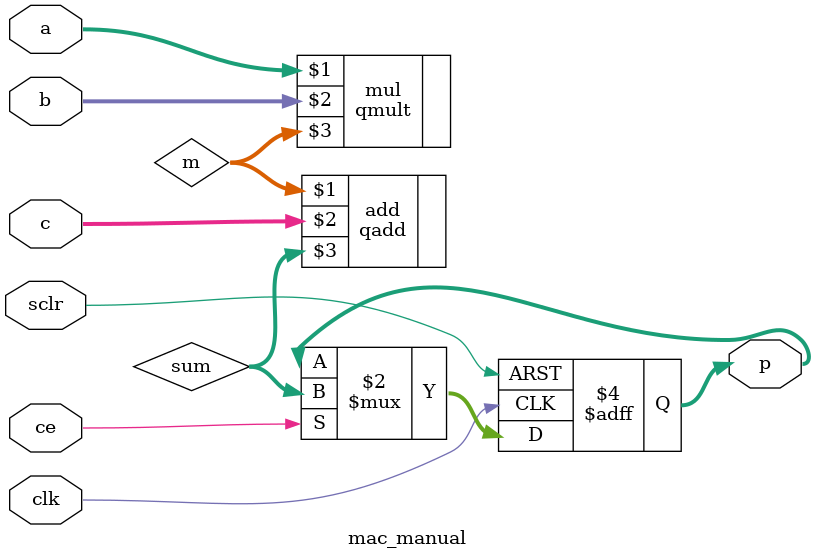
<source format=v>
module mac_manual(
    input clk,sclr,ce,
    input [15:0] a,
    input [15:0] b,
    input [31:0] c,
    output reg [31:0] p
    );
    wire [31:0] sum;
    wire [31:0] m;

qmult #(8,16) mul(a,b,m);
qadd  #(16,32) add(m,c,sum);
 always@(posedge clk,posedge sclr)
 begin
 
 if(sclr)
 begin
 p<=0;
 end
 else if(ce)
 begin
p <= sum;
 //p <= (a*b+c);
 end
 end
endmodule
</source>
